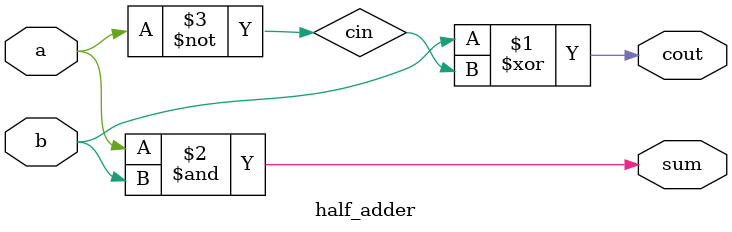
<source format=v>
module half_adder( 
input a, b,
output cout, sum );
not (cin, a);
xor (cout, b, cin);
and (sum, a, b);
endmodule

</source>
